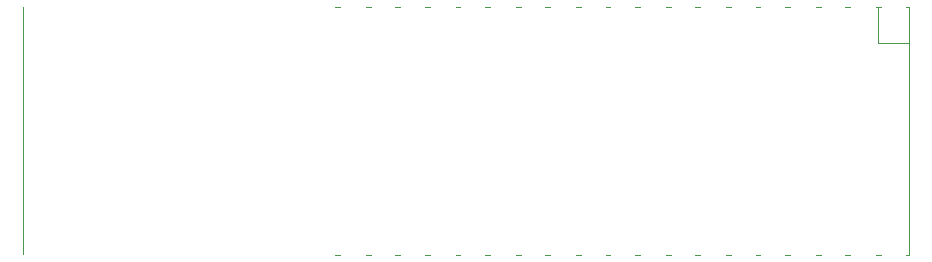
<source format=gbr>
%TF.GenerationSoftware,KiCad,Pcbnew,8.0.3*%
%TF.CreationDate,2024-06-27T21:13:00-04:00*%
%TF.ProjectId,pi-pico-mgmt-module,70692d70-6963-46f2-9d6d-676d742d6d6f,rev?*%
%TF.SameCoordinates,Original*%
%TF.FileFunction,Legend,Top*%
%TF.FilePolarity,Positive*%
%FSLAX46Y46*%
G04 Gerber Fmt 4.6, Leading zero omitted, Abs format (unit mm)*
G04 Created by KiCad (PCBNEW 8.0.3) date 2024-06-27 21:13:00*
%MOMM*%
%LPD*%
G01*
G04 APERTURE LIST*
%ADD10C,0.120000*%
%ADD11O,1.800000X1.800000*%
%ADD12O,1.500000X1.500000*%
%ADD13R,1.700000X3.500000*%
%ADD14R,4.300000X0.700000*%
%ADD15R,3.200000X0.700000*%
G04 APERTURE END LIST*
D10*
%TO.C,U1*%
X-23500000Y-22454000D02*
X-23500000Y-1540000D01*
X3330000Y-1540000D02*
X2930000Y-1540000D01*
X3330000Y-22540000D02*
X2930000Y-22540000D01*
X5930000Y-1540000D02*
X5530000Y-1540000D01*
X5930000Y-22540000D02*
X5530000Y-22540000D01*
X8430000Y-1540000D02*
X8030000Y-1540000D01*
X8430000Y-22540000D02*
X8030000Y-22540000D01*
X10930000Y-1540000D02*
X10530000Y-1540000D01*
X10930000Y-22540000D02*
X10530000Y-22540000D01*
X13530000Y-1540000D02*
X13130000Y-1540000D01*
X13530000Y-22540000D02*
X13130000Y-22540000D01*
X16030000Y-1540000D02*
X15630000Y-1540000D01*
X16030000Y-22540000D02*
X15630000Y-22540000D01*
X18630000Y-1540000D02*
X18230000Y-1540000D01*
X18630000Y-22540000D02*
X18230000Y-22540000D01*
X21130000Y-1540000D02*
X20730000Y-1540000D01*
X21130000Y-22540000D02*
X20730000Y-22540000D01*
X23730000Y-1540000D02*
X23330000Y-1540000D01*
X23730000Y-22540000D02*
X23330000Y-22540000D01*
X26230000Y-1540000D02*
X25830000Y-1540000D01*
X26230000Y-22540000D02*
X25830000Y-22540000D01*
X28730000Y-1540000D02*
X28330000Y-1540000D01*
X28730000Y-22540000D02*
X28330000Y-22540000D01*
X31330000Y-1540000D02*
X30930000Y-1540000D01*
X31330000Y-22540000D02*
X30930000Y-22540000D01*
X33830000Y-1540000D02*
X33430000Y-1540000D01*
X33830000Y-22540000D02*
X33430000Y-22540000D01*
X36430000Y-1540000D02*
X36030000Y-1540000D01*
X36430000Y-22540000D02*
X36030000Y-22540000D01*
X38930000Y-1540000D02*
X38530000Y-1540000D01*
X38930000Y-22540000D02*
X38530000Y-22540000D01*
X41430000Y-1540000D02*
X41030000Y-1540000D01*
X41430000Y-22540000D02*
X41030000Y-22540000D01*
X44030000Y-1540000D02*
X43630000Y-1540000D01*
X44030000Y-22540000D02*
X43630000Y-22540000D01*
X46530000Y-1540000D02*
X46130000Y-1540000D01*
X46530000Y-22540000D02*
X46130000Y-22540000D01*
X48863000Y-1540000D02*
X48863000Y-4547000D01*
X48863000Y-4547000D02*
X51530000Y-4547000D01*
X49130000Y-1540000D02*
X48730000Y-1540000D01*
X49130000Y-22540000D02*
X48730000Y-22540000D01*
X51530000Y-1540000D02*
X51230000Y-1540000D01*
X51530000Y-1540000D02*
X51530000Y-22540000D01*
X51530000Y-22540000D02*
X51230000Y-22540000D01*
%TD*%
%LPC*%
D11*
%TO.C,U1*%
X50030000Y-9315000D03*
D12*
X47000000Y-9615000D03*
X47000000Y-14465000D03*
D11*
X50030000Y-14765000D03*
D13*
X50160000Y-2250000D03*
X47620000Y-2250000D03*
X45080000Y-2250000D03*
X42540000Y-2250000D03*
X40000000Y-2250000D03*
X37460000Y-2250000D03*
X34920000Y-2250000D03*
X32380000Y-2250000D03*
X29840000Y-2250000D03*
X27300000Y-2250000D03*
X24760000Y-2250000D03*
X22220000Y-2250000D03*
X19680000Y-2250000D03*
X17140000Y-2250000D03*
X14600000Y-2250000D03*
X12060000Y-2250000D03*
X9520000Y-2250000D03*
X6980000Y-2250000D03*
X4440000Y-2250000D03*
X1900000Y-2250000D03*
X1900000Y-21830000D03*
X4440000Y-21830000D03*
X6980000Y-21830000D03*
X9520000Y-21830000D03*
X12060000Y-21830000D03*
X14600000Y-21830000D03*
X17140000Y-21830000D03*
X19680000Y-21830000D03*
X22220000Y-21830000D03*
X24760000Y-21830000D03*
X27300000Y-21830000D03*
X29840000Y-21830000D03*
X32380000Y-21830000D03*
X34920000Y-21830000D03*
X37460000Y-21830000D03*
X40000000Y-21830000D03*
X42540000Y-21830000D03*
X45080000Y-21830000D03*
X47620000Y-21830000D03*
X50160000Y-21830000D03*
%TD*%
D14*
%TO.C,J1*%
X57950000Y-21390000D03*
X57950000Y-20390000D03*
X57950000Y-19390000D03*
X57950000Y-18390000D03*
X57950000Y-17390000D03*
X57950000Y-16390000D03*
X57950000Y-15390000D03*
X57950000Y-14390000D03*
X57950000Y-13390000D03*
X57950000Y-12390000D03*
X57950000Y-11390000D03*
X57950000Y-8390000D03*
X57950000Y-7390000D03*
X57950000Y-6390000D03*
X57950000Y-5390000D03*
X57950000Y-4390000D03*
D15*
X57400000Y-3390000D03*
D14*
X57950000Y-2390000D03*
%TD*%
%LPD*%
M02*

</source>
